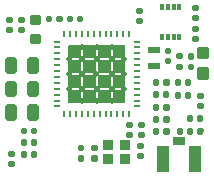
<source format=gbr>
G04 EAGLE Gerber RS-274X export*
G75*
%MOMM*%
%FSLAX34Y34*%
%LPD*%
%INSolderpaste Top*%
%IPPOS*%
%AMOC8*
5,1,8,0,0,1.08239X$1,22.5*%
G01*
%ADD10R,0.600000X0.240000*%
%ADD11R,0.240000X0.600000*%
%ADD12C,0.500000*%
%ADD13C,0.280800*%
%ADD14C,0.500000*%
%ADD15C,0.402900*%
%ADD16R,0.950000X0.850000*%
%ADD17C,0.270000*%
%ADD18R,1.050000X2.200000*%
%ADD19R,1.000000X0.800000*%
%ADD20R,1.100000X0.600000*%
%ADD21R,0.740000X0.090000*%
%ADD22R,0.350000X0.560000*%
%ADD23C,0.300000*%

G36*
X96577Y61666D02*
X96577Y61666D01*
X96580Y61665D01*
X96663Y61702D01*
X97163Y62202D01*
X97164Y62205D01*
X97167Y62206D01*
X97200Y62291D01*
X97200Y71891D01*
X97199Y71893D01*
X97200Y71895D01*
X97200Y71896D01*
X97200Y71897D01*
X97163Y71980D01*
X96663Y72480D01*
X96660Y72481D01*
X96659Y72484D01*
X96574Y72517D01*
X86974Y72517D01*
X86971Y72516D01*
X86968Y72517D01*
X86885Y72480D01*
X86385Y71980D01*
X86384Y71979D01*
X86383Y71979D01*
X86382Y71977D01*
X86380Y71976D01*
X86348Y71891D01*
X86348Y62291D01*
X86349Y62288D01*
X86348Y62285D01*
X86385Y62202D01*
X86885Y61702D01*
X86888Y61700D01*
X86889Y61697D01*
X86974Y61665D01*
X96574Y61665D01*
X96577Y61666D01*
G37*
G36*
X83977Y61666D02*
X83977Y61666D01*
X83980Y61665D01*
X84063Y61702D01*
X84563Y62202D01*
X84564Y62205D01*
X84567Y62206D01*
X84600Y62291D01*
X84600Y71891D01*
X84599Y71893D01*
X84600Y71895D01*
X84600Y71896D01*
X84600Y71897D01*
X84563Y71980D01*
X84063Y72480D01*
X84060Y72481D01*
X84059Y72484D01*
X83974Y72517D01*
X74374Y72517D01*
X74371Y72516D01*
X74368Y72517D01*
X74285Y72480D01*
X73785Y71980D01*
X73784Y71979D01*
X73783Y71979D01*
X73782Y71977D01*
X73780Y71976D01*
X73748Y71891D01*
X73748Y62291D01*
X73749Y62288D01*
X73748Y62285D01*
X73785Y62202D01*
X74285Y61702D01*
X74288Y61700D01*
X74289Y61697D01*
X74374Y61665D01*
X83974Y61665D01*
X83977Y61666D01*
G37*
G36*
X71377Y61666D02*
X71377Y61666D01*
X71380Y61665D01*
X71463Y61702D01*
X71963Y62202D01*
X71964Y62205D01*
X71967Y62206D01*
X72000Y62291D01*
X72000Y71891D01*
X71999Y71893D01*
X72000Y71895D01*
X72000Y71896D01*
X72000Y71897D01*
X71963Y71980D01*
X71463Y72480D01*
X71460Y72481D01*
X71459Y72484D01*
X71374Y72517D01*
X61774Y72517D01*
X61771Y72516D01*
X61768Y72517D01*
X61685Y72480D01*
X61185Y71980D01*
X61184Y71979D01*
X61183Y71979D01*
X61182Y71977D01*
X61180Y71976D01*
X61148Y71891D01*
X61148Y62291D01*
X61149Y62288D01*
X61148Y62285D01*
X61185Y62202D01*
X61685Y61702D01*
X61688Y61700D01*
X61689Y61697D01*
X61774Y61665D01*
X71374Y61665D01*
X71377Y61666D01*
G37*
G36*
X109177Y61666D02*
X109177Y61666D01*
X109180Y61665D01*
X109263Y61702D01*
X109763Y62202D01*
X109764Y62205D01*
X109767Y62206D01*
X109800Y62291D01*
X109800Y71891D01*
X109799Y71893D01*
X109800Y71895D01*
X109800Y71896D01*
X109800Y71897D01*
X109763Y71980D01*
X109263Y72480D01*
X109260Y72481D01*
X109259Y72484D01*
X109174Y72517D01*
X99574Y72517D01*
X99571Y72516D01*
X99568Y72517D01*
X99485Y72480D01*
X98985Y71980D01*
X98984Y71979D01*
X98983Y71979D01*
X98982Y71977D01*
X98980Y71976D01*
X98948Y71891D01*
X98948Y62291D01*
X98949Y62288D01*
X98948Y62285D01*
X98985Y62202D01*
X99485Y61702D01*
X99488Y61700D01*
X99489Y61697D01*
X99574Y61665D01*
X109174Y61665D01*
X109177Y61666D01*
G37*
G36*
X96577Y86866D02*
X96577Y86866D01*
X96580Y86865D01*
X96663Y86902D01*
X97163Y87402D01*
X97164Y87405D01*
X97167Y87406D01*
X97200Y87491D01*
X97200Y97091D01*
X97199Y97093D01*
X97200Y97095D01*
X97200Y97096D01*
X97200Y97097D01*
X97163Y97180D01*
X96663Y97680D01*
X96660Y97681D01*
X96659Y97684D01*
X96574Y97717D01*
X86974Y97717D01*
X86971Y97716D01*
X86968Y97717D01*
X86885Y97680D01*
X86385Y97180D01*
X86384Y97179D01*
X86383Y97179D01*
X86382Y97177D01*
X86380Y97176D01*
X86348Y97091D01*
X86348Y87491D01*
X86349Y87488D01*
X86348Y87485D01*
X86385Y87402D01*
X86885Y86902D01*
X86888Y86900D01*
X86889Y86897D01*
X86974Y86865D01*
X96574Y86865D01*
X96577Y86866D01*
G37*
G36*
X109177Y74266D02*
X109177Y74266D01*
X109180Y74265D01*
X109263Y74302D01*
X109763Y74802D01*
X109764Y74805D01*
X109767Y74806D01*
X109800Y74891D01*
X109800Y84491D01*
X109799Y84493D01*
X109800Y84495D01*
X109800Y84496D01*
X109800Y84497D01*
X109763Y84580D01*
X109263Y85080D01*
X109260Y85081D01*
X109259Y85084D01*
X109174Y85117D01*
X99574Y85117D01*
X99571Y85116D01*
X99568Y85117D01*
X99485Y85080D01*
X98985Y84580D01*
X98984Y84579D01*
X98983Y84579D01*
X98982Y84577D01*
X98980Y84576D01*
X98948Y84491D01*
X98948Y74891D01*
X98949Y74888D01*
X98948Y74885D01*
X98985Y74802D01*
X99485Y74302D01*
X99488Y74300D01*
X99489Y74297D01*
X99574Y74265D01*
X109174Y74265D01*
X109177Y74266D01*
G37*
G36*
X96577Y99466D02*
X96577Y99466D01*
X96580Y99465D01*
X96663Y99502D01*
X97163Y100002D01*
X97164Y100005D01*
X97167Y100006D01*
X97200Y100091D01*
X97200Y109691D01*
X97199Y109693D01*
X97200Y109695D01*
X97200Y109696D01*
X97200Y109697D01*
X97163Y109780D01*
X96663Y110280D01*
X96660Y110281D01*
X96659Y110284D01*
X96574Y110317D01*
X86974Y110317D01*
X86971Y110316D01*
X86968Y110317D01*
X86885Y110280D01*
X86385Y109780D01*
X86384Y109779D01*
X86383Y109779D01*
X86382Y109777D01*
X86380Y109776D01*
X86348Y109691D01*
X86348Y100091D01*
X86349Y100088D01*
X86348Y100085D01*
X86385Y100002D01*
X86885Y99502D01*
X86888Y99500D01*
X86889Y99497D01*
X86974Y99465D01*
X96574Y99465D01*
X96577Y99466D01*
G37*
G36*
X96577Y74266D02*
X96577Y74266D01*
X96580Y74265D01*
X96663Y74302D01*
X97163Y74802D01*
X97164Y74805D01*
X97167Y74806D01*
X97200Y74891D01*
X97200Y84491D01*
X97199Y84493D01*
X97200Y84495D01*
X97200Y84496D01*
X97200Y84497D01*
X97163Y84580D01*
X96663Y85080D01*
X96660Y85081D01*
X96659Y85084D01*
X96574Y85117D01*
X86974Y85117D01*
X86971Y85116D01*
X86968Y85117D01*
X86885Y85080D01*
X86385Y84580D01*
X86384Y84579D01*
X86383Y84579D01*
X86382Y84577D01*
X86380Y84576D01*
X86348Y84491D01*
X86348Y74891D01*
X86349Y74888D01*
X86348Y74885D01*
X86385Y74802D01*
X86885Y74302D01*
X86888Y74300D01*
X86889Y74297D01*
X86974Y74265D01*
X96574Y74265D01*
X96577Y74266D01*
G37*
G36*
X109177Y99466D02*
X109177Y99466D01*
X109180Y99465D01*
X109263Y99502D01*
X109763Y100002D01*
X109764Y100005D01*
X109767Y100006D01*
X109800Y100091D01*
X109800Y109691D01*
X109799Y109693D01*
X109800Y109695D01*
X109800Y109696D01*
X109800Y109697D01*
X109763Y109780D01*
X109263Y110280D01*
X109260Y110281D01*
X109259Y110284D01*
X109174Y110317D01*
X99574Y110317D01*
X99571Y110316D01*
X99568Y110317D01*
X99485Y110280D01*
X98985Y109780D01*
X98984Y109779D01*
X98983Y109779D01*
X98982Y109777D01*
X98980Y109776D01*
X98948Y109691D01*
X98948Y100091D01*
X98949Y100088D01*
X98948Y100085D01*
X98985Y100002D01*
X99485Y99502D01*
X99488Y99500D01*
X99489Y99497D01*
X99574Y99465D01*
X109174Y99465D01*
X109177Y99466D01*
G37*
G36*
X83977Y99466D02*
X83977Y99466D01*
X83980Y99465D01*
X84063Y99502D01*
X84563Y100002D01*
X84564Y100005D01*
X84567Y100006D01*
X84600Y100091D01*
X84600Y109691D01*
X84599Y109693D01*
X84600Y109695D01*
X84600Y109696D01*
X84600Y109697D01*
X84563Y109780D01*
X84063Y110280D01*
X84060Y110281D01*
X84059Y110284D01*
X83974Y110317D01*
X74374Y110317D01*
X74371Y110316D01*
X74368Y110317D01*
X74285Y110280D01*
X73785Y109780D01*
X73784Y109779D01*
X73783Y109779D01*
X73782Y109777D01*
X73780Y109776D01*
X73748Y109691D01*
X73748Y100091D01*
X73749Y100088D01*
X73748Y100085D01*
X73785Y100002D01*
X74285Y99502D01*
X74288Y99500D01*
X74289Y99497D01*
X74374Y99465D01*
X83974Y99465D01*
X83977Y99466D01*
G37*
G36*
X71377Y99466D02*
X71377Y99466D01*
X71380Y99465D01*
X71463Y99502D01*
X71963Y100002D01*
X71964Y100005D01*
X71967Y100006D01*
X72000Y100091D01*
X72000Y109691D01*
X71999Y109693D01*
X72000Y109695D01*
X72000Y109696D01*
X72000Y109697D01*
X71963Y109780D01*
X71463Y110280D01*
X71460Y110281D01*
X71459Y110284D01*
X71374Y110317D01*
X61774Y110317D01*
X61771Y110316D01*
X61768Y110317D01*
X61685Y110280D01*
X61185Y109780D01*
X61184Y109779D01*
X61183Y109779D01*
X61182Y109777D01*
X61180Y109776D01*
X61148Y109691D01*
X61148Y100091D01*
X61149Y100088D01*
X61148Y100085D01*
X61185Y100002D01*
X61685Y99502D01*
X61688Y99500D01*
X61689Y99497D01*
X61774Y99465D01*
X71374Y99465D01*
X71377Y99466D01*
G37*
G36*
X109177Y86866D02*
X109177Y86866D01*
X109180Y86865D01*
X109263Y86902D01*
X109763Y87402D01*
X109764Y87405D01*
X109767Y87406D01*
X109800Y87491D01*
X109800Y97091D01*
X109799Y97093D01*
X109800Y97095D01*
X109800Y97096D01*
X109800Y97097D01*
X109763Y97180D01*
X109263Y97680D01*
X109260Y97681D01*
X109259Y97684D01*
X109174Y97717D01*
X99574Y97717D01*
X99571Y97716D01*
X99568Y97717D01*
X99485Y97680D01*
X98985Y97180D01*
X98984Y97179D01*
X98983Y97179D01*
X98982Y97177D01*
X98980Y97176D01*
X98948Y97091D01*
X98948Y87491D01*
X98949Y87488D01*
X98948Y87485D01*
X98985Y87402D01*
X99485Y86902D01*
X99488Y86900D01*
X99489Y86897D01*
X99574Y86865D01*
X109174Y86865D01*
X109177Y86866D01*
G37*
G36*
X71377Y86866D02*
X71377Y86866D01*
X71380Y86865D01*
X71463Y86902D01*
X71963Y87402D01*
X71964Y87405D01*
X71967Y87406D01*
X72000Y87491D01*
X72000Y97091D01*
X71999Y97093D01*
X72000Y97095D01*
X72000Y97096D01*
X72000Y97097D01*
X71963Y97180D01*
X71463Y97680D01*
X71460Y97681D01*
X71459Y97684D01*
X71374Y97717D01*
X61774Y97717D01*
X61771Y97716D01*
X61768Y97717D01*
X61685Y97680D01*
X61185Y97180D01*
X61184Y97179D01*
X61183Y97179D01*
X61182Y97177D01*
X61180Y97176D01*
X61148Y97091D01*
X61148Y87491D01*
X61149Y87488D01*
X61148Y87485D01*
X61185Y87402D01*
X61685Y86902D01*
X61688Y86900D01*
X61689Y86897D01*
X61774Y86865D01*
X71374Y86865D01*
X71377Y86866D01*
G37*
G36*
X83977Y86866D02*
X83977Y86866D01*
X83980Y86865D01*
X84063Y86902D01*
X84563Y87402D01*
X84564Y87405D01*
X84567Y87406D01*
X84600Y87491D01*
X84600Y97091D01*
X84599Y97093D01*
X84600Y97095D01*
X84600Y97096D01*
X84600Y97097D01*
X84563Y97180D01*
X84063Y97680D01*
X84060Y97681D01*
X84059Y97684D01*
X83974Y97717D01*
X74374Y97717D01*
X74371Y97716D01*
X74368Y97717D01*
X74285Y97680D01*
X73785Y97180D01*
X73784Y97179D01*
X73783Y97179D01*
X73782Y97177D01*
X73780Y97176D01*
X73748Y97091D01*
X73748Y87491D01*
X73749Y87488D01*
X73748Y87485D01*
X73785Y87402D01*
X74285Y86902D01*
X74288Y86900D01*
X74289Y86897D01*
X74374Y86865D01*
X83974Y86865D01*
X83977Y86866D01*
G37*
G36*
X83977Y74266D02*
X83977Y74266D01*
X83980Y74265D01*
X84063Y74302D01*
X84563Y74802D01*
X84564Y74805D01*
X84567Y74806D01*
X84600Y74891D01*
X84600Y84491D01*
X84599Y84493D01*
X84600Y84495D01*
X84600Y84496D01*
X84600Y84497D01*
X84563Y84580D01*
X84063Y85080D01*
X84060Y85081D01*
X84059Y85084D01*
X83974Y85117D01*
X74374Y85117D01*
X74371Y85116D01*
X74368Y85117D01*
X74285Y85080D01*
X73785Y84580D01*
X73784Y84579D01*
X73783Y84579D01*
X73782Y84577D01*
X73780Y84576D01*
X73748Y84491D01*
X73748Y74891D01*
X73749Y74888D01*
X73748Y74885D01*
X73785Y74802D01*
X74285Y74302D01*
X74288Y74300D01*
X74289Y74297D01*
X74374Y74265D01*
X83974Y74265D01*
X83977Y74266D01*
G37*
G36*
X71377Y74266D02*
X71377Y74266D01*
X71380Y74265D01*
X71463Y74302D01*
X71963Y74802D01*
X71964Y74805D01*
X71967Y74806D01*
X72000Y74891D01*
X72000Y84491D01*
X71999Y84493D01*
X72000Y84495D01*
X72000Y84496D01*
X72000Y84497D01*
X71963Y84580D01*
X71463Y85080D01*
X71460Y85081D01*
X71459Y85084D01*
X71374Y85117D01*
X61774Y85117D01*
X61771Y85116D01*
X61768Y85117D01*
X61685Y85080D01*
X61185Y84580D01*
X61184Y84579D01*
X61183Y84579D01*
X61182Y84577D01*
X61180Y84576D01*
X61148Y84491D01*
X61148Y74891D01*
X61149Y74888D01*
X61148Y74885D01*
X61185Y74802D01*
X61685Y74302D01*
X61688Y74300D01*
X61689Y74297D01*
X61774Y74265D01*
X71374Y74265D01*
X71377Y74266D01*
G37*
D10*
X119474Y58491D03*
X119474Y63491D03*
X119474Y68491D03*
X119474Y73491D03*
X119474Y78491D03*
X119474Y83491D03*
X119474Y88491D03*
X119474Y93491D03*
X119474Y98491D03*
X119474Y103491D03*
X119474Y108491D03*
X119474Y113491D03*
D11*
X112974Y119991D03*
X107974Y119991D03*
X102974Y119991D03*
X97974Y119991D03*
X92974Y119991D03*
X87974Y119991D03*
X82974Y119991D03*
X77974Y119991D03*
X72974Y119991D03*
X67974Y119991D03*
X62974Y119991D03*
X57974Y119991D03*
D10*
X51474Y113491D03*
X51474Y108491D03*
X51474Y103491D03*
X51474Y98491D03*
X51474Y93491D03*
X51474Y88491D03*
X51474Y83491D03*
X51474Y78491D03*
X51474Y73491D03*
X51474Y68491D03*
X51474Y63491D03*
X51474Y58491D03*
D11*
X57974Y51991D03*
X62974Y51991D03*
X67974Y51991D03*
X72974Y51991D03*
X77974Y51991D03*
X82974Y51991D03*
X87974Y51991D03*
X92974Y51991D03*
X97974Y51991D03*
X102974Y51991D03*
X107974Y51991D03*
X112974Y51991D03*
D12*
X72874Y109241D03*
X85474Y109241D03*
X98074Y109241D03*
X72874Y62741D03*
X85474Y62741D03*
X98074Y62741D03*
X62224Y98591D03*
X62224Y85991D03*
X62224Y73391D03*
X108724Y98591D03*
X108724Y85991D03*
X108724Y73391D03*
X85474Y98591D03*
X85220Y85991D03*
X85474Y73391D03*
X72874Y98591D03*
X72874Y85991D03*
X72874Y73391D03*
X98074Y98591D03*
X98074Y85991D03*
X98074Y73391D03*
D13*
X19459Y122325D02*
X19459Y124917D01*
X22651Y124917D01*
X22651Y122325D01*
X19459Y122325D01*
X22651Y130925D02*
X22651Y133517D01*
X22651Y130925D02*
X19459Y130925D01*
X19459Y133517D01*
X22651Y133517D01*
X9546Y124810D02*
X9546Y122218D01*
X9546Y124810D02*
X12738Y124810D01*
X12738Y122218D01*
X9546Y122218D01*
X12738Y130818D02*
X12738Y133410D01*
X12738Y130818D02*
X9546Y130818D01*
X9546Y133410D01*
X12738Y133410D01*
X30667Y16906D02*
X33259Y16906D01*
X30667Y16906D02*
X30667Y20098D01*
X33259Y20098D01*
X33259Y16906D01*
X33259Y19574D02*
X30667Y19574D01*
X24659Y20098D02*
X22067Y20098D01*
X24659Y20098D02*
X24659Y16906D01*
X22067Y16906D01*
X22067Y20098D01*
X22067Y19574D02*
X24659Y19574D01*
X24623Y29795D02*
X22031Y29795D01*
X24623Y29795D02*
X24623Y26603D01*
X22031Y26603D01*
X22031Y29795D01*
X22031Y29271D02*
X24623Y29271D01*
X30631Y26603D02*
X33223Y26603D01*
X30631Y26603D02*
X30631Y29795D01*
X33223Y29795D01*
X33223Y26603D01*
X33223Y29271D02*
X30631Y29271D01*
X43632Y134583D02*
X46224Y134583D01*
X46224Y131391D01*
X43632Y131391D01*
X43632Y134583D01*
X43632Y134059D02*
X46224Y134059D01*
X52232Y131391D02*
X54824Y131391D01*
X52232Y131391D02*
X52232Y134583D01*
X54824Y134583D01*
X54824Y131391D01*
X54824Y134059D02*
X52232Y134059D01*
X156587Y102608D02*
X156582Y100017D01*
X153391Y100022D01*
X153396Y102613D01*
X156587Y102608D01*
X153381Y94013D02*
X153376Y91422D01*
X153381Y94013D02*
X156572Y94008D01*
X156567Y91417D01*
X153376Y91422D01*
X143791Y96112D02*
X143791Y98704D01*
X146983Y98704D01*
X146983Y96112D01*
X143791Y96112D01*
X146983Y104712D02*
X146983Y107304D01*
X146983Y104712D02*
X143791Y104712D01*
X143791Y107304D01*
X146983Y107304D01*
X119667Y130155D02*
X119667Y132747D01*
X122859Y132747D01*
X122859Y130155D01*
X119667Y130155D01*
X122859Y138755D02*
X122859Y141347D01*
X122859Y138755D02*
X119667Y138755D01*
X119667Y141347D01*
X122859Y141347D01*
X72590Y131457D02*
X69998Y131457D01*
X69998Y134649D01*
X72590Y134649D01*
X72590Y131457D01*
X72590Y134125D02*
X69998Y134125D01*
X63990Y134649D02*
X61398Y134649D01*
X63990Y134649D02*
X63990Y131457D01*
X61398Y131457D01*
X61398Y134649D01*
X61398Y134125D02*
X63990Y134125D01*
X73331Y24766D02*
X73331Y22174D01*
X70139Y22174D01*
X70139Y24766D01*
X73331Y24766D01*
X70139Y16166D02*
X70139Y13574D01*
X70139Y16166D02*
X73331Y16166D01*
X73331Y13574D01*
X70139Y13574D01*
X33268Y36622D02*
X30676Y36622D01*
X30676Y39814D01*
X33268Y39814D01*
X33268Y36622D01*
X33268Y39290D02*
X30676Y39290D01*
X24668Y39814D02*
X22076Y39814D01*
X24668Y39814D02*
X24668Y36622D01*
X22076Y36622D01*
X22076Y39814D01*
X22076Y39290D02*
X24668Y39290D01*
D14*
X29112Y48699D02*
X34112Y48699D01*
X29112Y48699D02*
X29112Y57899D01*
X34112Y57899D01*
X34112Y48699D01*
X34112Y53449D02*
X29112Y53449D01*
X15412Y57899D02*
X10412Y57899D01*
X15412Y57899D02*
X15412Y48699D01*
X10412Y48699D01*
X10412Y57899D01*
X10412Y53449D02*
X15412Y53449D01*
X15426Y97706D02*
X10426Y97706D01*
X15426Y97706D02*
X15426Y88506D01*
X10426Y88506D01*
X10426Y97706D01*
X10426Y93256D02*
X15426Y93256D01*
X29126Y88506D02*
X34126Y88506D01*
X29126Y88506D02*
X29126Y97706D01*
X34126Y97706D01*
X34126Y88506D01*
X34126Y93256D02*
X29126Y93256D01*
D13*
X114338Y44849D02*
X114338Y42257D01*
X111146Y42257D01*
X111146Y44849D01*
X114338Y44849D01*
X111146Y36249D02*
X111146Y33657D01*
X111146Y36249D02*
X114338Y36249D01*
X114338Y33657D01*
X111146Y33657D01*
X124288Y42331D02*
X124288Y44923D01*
X124288Y42331D02*
X121096Y42331D01*
X121096Y44923D01*
X124288Y44923D01*
X121096Y36323D02*
X121096Y33731D01*
X121096Y36323D02*
X124288Y36323D01*
X124288Y33731D01*
X121096Y33731D01*
D15*
X35606Y130329D02*
X35606Y134201D01*
X35606Y130329D02*
X30334Y130329D01*
X30334Y134201D01*
X35606Y134201D01*
X35606Y134157D02*
X30334Y134157D01*
X30334Y117801D02*
X30334Y113929D01*
X30334Y117801D02*
X35606Y117801D01*
X35606Y113929D01*
X30334Y113929D01*
X30334Y117757D02*
X35606Y117757D01*
D14*
X34291Y68645D02*
X29291Y68645D01*
X29291Y77845D01*
X34291Y77845D01*
X34291Y68645D01*
X34291Y73395D02*
X29291Y73395D01*
X15591Y77845D02*
X10591Y77845D01*
X15591Y77845D02*
X15591Y68645D01*
X10591Y68645D01*
X10591Y77845D01*
X10591Y73395D02*
X15591Y73395D01*
D16*
X109127Y25834D03*
X94627Y25834D03*
X94627Y14334D03*
X109127Y14334D03*
D17*
X134004Y67073D02*
X136704Y67073D01*
X134004Y67073D02*
X134004Y70373D01*
X136704Y70373D01*
X136704Y67073D01*
X136704Y69638D02*
X134004Y69638D01*
X142644Y67073D02*
X145344Y67073D01*
X142644Y67073D02*
X142644Y70373D01*
X145344Y70373D01*
X145344Y67073D01*
X145344Y69638D02*
X142644Y69638D01*
X136785Y77301D02*
X134085Y77301D01*
X134085Y80601D01*
X136785Y80601D01*
X136785Y77301D01*
X136785Y79866D02*
X134085Y79866D01*
X142725Y77301D02*
X145425Y77301D01*
X142725Y77301D02*
X142725Y80601D01*
X145425Y80601D01*
X145425Y77301D01*
X145425Y79866D02*
X142725Y79866D01*
X142848Y39394D02*
X145548Y39394D01*
X145548Y36094D01*
X142848Y36094D01*
X142848Y39394D01*
X142848Y38659D02*
X145548Y38659D01*
X136908Y39394D02*
X134208Y39394D01*
X136908Y39394D02*
X136908Y36094D01*
X134208Y36094D01*
X134208Y39394D01*
X134208Y38659D02*
X136908Y38659D01*
X136809Y56741D02*
X134109Y56741D01*
X134109Y60041D01*
X136809Y60041D01*
X136809Y56741D01*
X136809Y59306D02*
X134109Y59306D01*
X142749Y56741D02*
X145449Y56741D01*
X142749Y56741D02*
X142749Y60041D01*
X145449Y60041D01*
X145449Y56741D01*
X145449Y59306D02*
X142749Y59306D01*
X161067Y80574D02*
X163767Y80574D01*
X163767Y77274D01*
X161067Y77274D01*
X161067Y80574D01*
X161067Y79839D02*
X163767Y79839D01*
X155127Y80574D02*
X152427Y80574D01*
X155127Y80574D02*
X155127Y77274D01*
X152427Y77274D01*
X152427Y80574D01*
X152427Y79839D02*
X155127Y79839D01*
X171338Y50486D02*
X174038Y50486D01*
X174038Y47186D01*
X171338Y47186D01*
X171338Y50486D01*
X171338Y49751D02*
X174038Y49751D01*
X165398Y50486D02*
X162698Y50486D01*
X165398Y50486D02*
X165398Y47186D01*
X162698Y47186D01*
X162698Y50486D01*
X162698Y49751D02*
X165398Y49751D01*
X165544Y36395D02*
X162845Y36414D01*
X162868Y39713D01*
X165567Y39694D01*
X165544Y36395D01*
X165562Y38960D02*
X162863Y38960D01*
X171485Y36354D02*
X174184Y36335D01*
X171485Y36354D02*
X171508Y39653D01*
X174207Y39634D01*
X174184Y36335D01*
X174202Y38900D02*
X171503Y38900D01*
X136809Y46506D02*
X134109Y46506D01*
X134109Y49806D01*
X136809Y49806D01*
X136809Y46506D01*
X136809Y49071D02*
X134109Y49071D01*
X142749Y46506D02*
X145449Y46506D01*
X142749Y46506D02*
X142749Y49806D01*
X145449Y49806D01*
X145449Y46506D01*
X145449Y49071D02*
X142749Y49071D01*
X152416Y66923D02*
X155116Y66923D01*
X152416Y66923D02*
X152416Y70223D01*
X155116Y70223D01*
X155116Y66923D01*
X155116Y69488D02*
X152416Y69488D01*
X161056Y66923D02*
X163756Y66923D01*
X161056Y66923D02*
X161056Y70223D01*
X163756Y70223D01*
X163756Y66923D01*
X163756Y69488D02*
X161056Y69488D01*
X171102Y69339D02*
X171102Y66639D01*
X171102Y69339D02*
X174402Y69339D01*
X174402Y66639D01*
X171102Y66639D01*
X171102Y69204D02*
X174402Y69204D01*
X171102Y60699D02*
X171102Y57999D01*
X171102Y60699D02*
X174402Y60699D01*
X174402Y57999D01*
X171102Y57999D01*
X171102Y60564D02*
X174402Y60564D01*
X84522Y16203D02*
X84522Y13503D01*
X81222Y13503D01*
X81222Y16203D01*
X84522Y16203D01*
X84522Y16068D02*
X81222Y16068D01*
X84522Y22143D02*
X84522Y24843D01*
X84522Y22143D02*
X81222Y22143D01*
X81222Y24843D01*
X84522Y24843D01*
X84522Y24708D02*
X81222Y24708D01*
X120677Y23993D02*
X120677Y26693D01*
X123977Y26693D01*
X123977Y23993D01*
X120677Y23993D01*
X120677Y26558D02*
X123977Y26558D01*
X120677Y18053D02*
X120677Y15353D01*
X120677Y18053D02*
X123977Y18053D01*
X123977Y15353D01*
X120677Y15353D01*
X120677Y17918D02*
X123977Y17918D01*
D18*
X141584Y14185D03*
X169084Y14185D03*
D19*
X155334Y29435D03*
D17*
X162705Y39621D02*
X165405Y39621D01*
X165405Y36321D01*
X162705Y36321D01*
X162705Y39621D01*
X162705Y38886D02*
X165405Y38886D01*
X156765Y39621D02*
X154065Y39621D01*
X156765Y39621D02*
X156765Y36321D01*
X154065Y36321D01*
X154065Y39621D01*
X154065Y38886D02*
X156765Y38886D01*
D20*
X133799Y92373D03*
X133799Y106373D03*
D21*
X144100Y130000D03*
X151900Y130000D03*
D22*
X140500Y117650D03*
X145500Y117650D03*
X150500Y117650D03*
X155500Y117650D03*
X155500Y142350D03*
X150500Y142350D03*
X145500Y142350D03*
X140500Y142350D03*
D13*
X170030Y141086D02*
X170030Y143678D01*
X170030Y141086D02*
X166838Y141086D01*
X166838Y143678D01*
X170030Y143678D01*
X166838Y135078D02*
X166838Y132486D01*
X166838Y135078D02*
X170030Y135078D01*
X170030Y132486D01*
X166838Y132486D01*
X11006Y11301D02*
X11006Y8709D01*
X11006Y11301D02*
X14198Y11301D01*
X14198Y8709D01*
X11006Y8709D01*
X14198Y17309D02*
X14198Y19901D01*
X14198Y17309D02*
X11006Y17309D01*
X11006Y19901D01*
X14198Y19901D01*
X169967Y123302D02*
X169967Y125894D01*
X169967Y123302D02*
X166775Y123302D01*
X166775Y125894D01*
X169967Y125894D01*
X166775Y117294D02*
X166775Y114702D01*
X166775Y117294D02*
X169967Y117294D01*
X169967Y114702D01*
X166775Y114702D01*
D23*
X171803Y90015D02*
X178803Y90015D01*
X178803Y83015D01*
X171803Y83015D01*
X171803Y90015D01*
X171803Y85865D02*
X178803Y85865D01*
X178803Y88715D02*
X171803Y88715D01*
X171803Y107555D02*
X178803Y107555D01*
X178803Y100555D01*
X171803Y100555D01*
X171803Y107555D01*
X171803Y103405D02*
X178803Y103405D01*
X178803Y106255D02*
X171803Y106255D01*
D13*
X166577Y102513D02*
X166577Y99921D01*
X163385Y99921D01*
X163385Y102513D01*
X166577Y102513D01*
X163385Y93913D02*
X163385Y91321D01*
X163385Y93913D02*
X166577Y93913D01*
X166577Y91321D01*
X163385Y91321D01*
M02*

</source>
